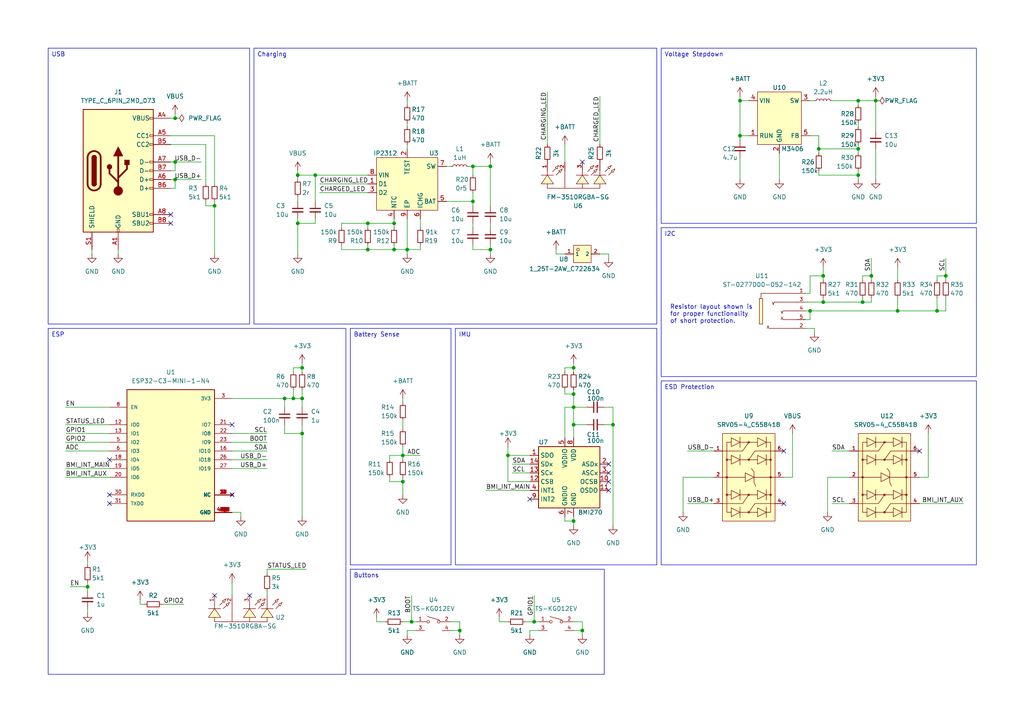
<source format=kicad_sch>
(kicad_sch (version 20230121) (generator eeschema)
  (paper "A4")
  (title_block (title "Lilypad") (rev "V5") (company "LilypadVR"))
  (junction (at 142.24 48.26))
  (junction (at 137.16 48.26))
  (junction (at 274.32 80.01))
  (junction (at 85.09 115.57))
  (junction (at 147.32 132.08))
  (junction (at 248.92 50.8))
  (junction (at 142.24 72.39))
  (junction (at 133.35 182.88))
  (junction (at 166.37 123.19))
  (junction (at 166.37 106.68))
  (junction (at 106.68 64.77))
  (junction (at 166.37 114.3))
  (junction (at 238.76 87.63))
  (junction (at 86.36 50.8))
  (junction (at 114.3 72.39))
  (junction (at 260.35 90.17))
  (junction (at 177.8 123.19))
  (junction (at 250.19 87.63))
  (junction (at 248.92 43.18))
  (junction (at 114.3 64.77))
  (junction (at 62.23 59.69))
  (junction (at 25.4 170.18))
  (junction (at 87.63 125.73))
  (junction (at 248.92 29.21))
  (junction (at 214.63 39.37))
  (junction (at 214.63 29.21))
  (junction (at 166.37 151.13))
  (junction (at 234.95 90.17))
  (junction (at 50.8 46.99))
  (junction (at 50.8 52.07))
  (junction (at 87.63 106.68))
  (junction (at 87.63 115.57))
  (junction (at 137.16 58.42))
  (junction (at 154.94 180.34))
  (junction (at 119.38 180.34))
  (junction (at 254 29.21))
  (junction (at 116.84 132.08))
  (junction (at 238.76 80.01))
  (junction (at 82.55 115.57))
  (junction (at 116.84 139.7))
  (junction (at 166.37 118.11))
  (junction (at 91.44 50.8))
  (junction (at 118.11 72.39))
  (junction (at 106.68 72.39))
  (junction (at 271.78 90.17))
  (junction (at 86.36 64.77))
  (junction (at 50.8 34.29))
  (junction (at 252.73 80.01))
  (junction (at 168.91 182.88))
  (junction (at 237.49 43.18))
  (no_connect (at 227.33 146.05))
  (no_connect (at 31.75 143.51))
  (no_connect (at 67.31 123.19))
  (no_connect (at 168.91 46.99))
  (no_connect (at 176.53 134.62))
  (no_connect (at 62.23 172.72))
  (no_connect (at 176.53 137.16))
  (no_connect (at 176.53 142.24))
  (no_connect (at 176.53 139.7))
  (no_connect (at 72.39 172.72))
  (no_connect (at 49.53 64.77))
  (no_connect (at 49.53 62.23))
  (no_connect (at 227.33 130.81))
  (no_connect (at 153.67 144.78))
  (no_connect (at 266.7 130.81))
  (no_connect (at 67.31 143.51))
  (no_connect (at 31.75 146.05))
  (no_connect (at 31.75 133.35))
  (wire (pts (xy 67.31 168.91) (xy 67.31 172.72)))
  (wire (pts (xy 144.78 179.07) (xy 144.78 180.34)))
  (wire (pts (xy 214.63 27.94) (xy 214.63 29.21)))
  (wire (pts (xy 163.83 151.13) (xy 166.37 151.13)))
  (wire (pts (xy 113.03 139.7) (xy 116.84 139.7)))
  (wire (pts (xy 118.11 182.88) (xy 118.11 184.15)))
  (wire (pts (xy 233.68 87.63) (xy 238.76 87.63)))
  (wire (pts (xy 77.47 128.27) (xy 67.31 128.27)))
  (wire (pts (xy 177.8 123.19) (xy 175.26 123.19)))
  (wire (pts (xy 166.37 151.13) (xy 166.37 152.4)))
  (wire (pts (xy 116.84 139.7) (xy 116.84 143.51)))
  (wire (pts (xy 163.83 151.13) (xy 163.83 149.86)))
  (wire (pts (xy 19.05 138.43) (xy 31.75 138.43)))
  (wire (pts (xy 119.38 180.34) (xy 120.65 180.34)))
  (wire (pts (xy 248.92 43.18) (xy 248.92 44.45)))
  (wire (pts (xy 34.29 73.66) (xy 34.29 72.39)))
  (wire (pts (xy 163.83 114.3) (xy 166.37 114.3)))
  (wire (pts (xy 234.95 80.01) (xy 238.76 80.01)))
  (wire (pts (xy 116.84 115.57) (xy 116.84 116.84)))
  (wire (pts (xy 199.39 146.05) (xy 207.01 146.05)))
  (wire (pts (xy 19.05 130.81) (xy 31.75 130.81)))
  (wire (pts (xy 274.32 90.17) (xy 271.78 90.17)))
  (wire (pts (xy 25.4 168.91) (xy 25.4 170.18)))
  (wire (pts (xy 229.87 138.43) (xy 227.33 138.43)))
  (wire (pts (xy 237.49 43.18) (xy 248.92 43.18)))
  (wire (pts (xy 113.03 139.7) (xy 113.03 138.43)))
  (wire (pts (xy 26.67 73.66) (xy 26.67 72.39)))
  (wire (pts (xy 91.44 58.42) (xy 91.44 50.8)))
  (wire (pts (xy 77.47 165.1) (xy 77.47 166.37)))
  (wire (pts (xy 153.67 182.88) (xy 156.21 182.88)))
  (wire (pts (xy 199.39 130.81) (xy 207.01 130.81)))
  (wire (pts (xy 154.94 172.72) (xy 154.94 180.34)))
  (wire (pts (xy 106.68 72.39) (xy 106.68 71.12)))
  (wire (pts (xy 147.32 129.54) (xy 147.32 132.08)))
  (wire (pts (xy 248.92 30.48) (xy 248.92 29.21)))
  (wire (pts (xy 91.44 63.5) (xy 91.44 64.77)))
  (wire (pts (xy 62.23 59.69) (xy 62.23 58.42)))
  (wire (pts (xy 252.73 74.93) (xy 252.73 80.01)))
  (wire (pts (xy 166.37 114.3) (xy 166.37 118.11)))
  (wire (pts (xy 147.32 132.08) (xy 153.67 132.08)))
  (wire (pts (xy 176.53 73.66) (xy 176.53 74.93)))
  (wire (pts (xy 234.95 85.09) (xy 234.95 80.01)))
  (wire (pts (xy 148.59 137.16) (xy 153.67 137.16)))
  (wire (pts (xy 163.83 118.11) (xy 163.83 127)))
  (wire (pts (xy 260.35 90.17) (xy 271.78 90.17)))
  (wire (pts (xy 152.4 180.34) (xy 154.94 180.34)))
  (wire (pts (xy 67.31 148.59) (xy 69.85 148.59)))
  (wire (pts (xy 87.63 105.41) (xy 87.63 106.68)))
  (wire (pts (xy 19.05 125.73) (xy 31.75 125.73)))
  (wire (pts (xy 274.32 74.93) (xy 274.32 80.01)))
  (wire (pts (xy 118.11 41.91) (xy 118.11 43.18)))
  (wire (pts (xy 87.63 113.03) (xy 87.63 115.57)))
  (wire (pts (xy 87.63 106.68) (xy 87.63 107.95)))
  (wire (pts (xy 274.32 80.01) (xy 271.78 80.01)))
  (wire (pts (xy 118.11 63.5) (xy 118.11 72.39)))
  (wire (pts (xy 118.11 182.88) (xy 120.65 182.88)))
  (wire (pts (xy 260.35 86.36) (xy 260.35 90.17)))
  (wire (pts (xy 130.81 182.88) (xy 133.35 182.88)))
  (wire (pts (xy 85.09 106.68) (xy 85.09 107.95)))
  (wire (pts (xy 77.47 133.35) (xy 67.31 133.35)))
  (wire (pts (xy 166.37 182.88) (xy 168.91 182.88)))
  (wire (pts (xy 226.06 44.45) (xy 226.06 52.07)))
  (wire (pts (xy 177.8 123.19) (xy 177.8 152.4)))
  (wire (pts (xy 238.76 80.01) (xy 238.76 81.28)))
  (wire (pts (xy 238.76 86.36) (xy 238.76 87.63)))
  (wire (pts (xy 86.36 64.77) (xy 86.36 73.66)))
  (wire (pts (xy 248.92 36.83) (xy 248.92 35.56)))
  (wire (pts (xy 166.37 105.41) (xy 166.37 106.68)))
  (wire (pts (xy 166.37 151.13) (xy 166.37 149.86)))
  (wire (pts (xy 241.3 146.05) (xy 246.38 146.05)))
  (wire (pts (xy 137.16 72.39) (xy 137.16 71.12)))
  (wire (pts (xy 106.68 64.77) (xy 114.3 64.77)))
  (wire (pts (xy 19.05 128.27) (xy 31.75 128.27)))
  (wire (pts (xy 25.4 162.56) (xy 25.4 163.83)))
  (wire (pts (xy 116.84 132.08) (xy 121.92 132.08)))
  (wire (pts (xy 137.16 59.69) (xy 137.16 58.42)))
  (wire (pts (xy 50.8 34.29) (xy 52.07 34.29)))
  (wire (pts (xy 147.32 132.08) (xy 147.32 139.7)))
  (wire (pts (xy 46.99 175.26) (xy 53.34 175.26)))
  (wire (pts (xy 86.36 64.77) (xy 91.44 64.77)))
  (wire (pts (xy 260.35 77.47) (xy 260.35 81.28)))
  (wire (pts (xy 158.75 26.67) (xy 158.75 41.91)))
  (wire (pts (xy 87.63 123.19) (xy 87.63 125.73)))
  (wire (pts (xy 106.68 72.39) (xy 114.3 72.39)))
  (wire (pts (xy 116.84 139.7) (xy 116.84 138.43)))
  (wire (pts (xy 133.35 184.15) (xy 133.35 182.88)))
  (wire (pts (xy 92.71 53.34) (xy 106.68 53.34)))
  (wire (pts (xy 82.55 118.11) (xy 82.55 115.57)))
  (wire (pts (xy 87.63 118.11) (xy 87.63 115.57)))
  (wire (pts (xy 271.78 90.17) (xy 271.78 86.36)))
  (wire (pts (xy 240.03 148.59) (xy 240.03 138.43)))
  (wire (pts (xy 99.06 64.77) (xy 106.68 64.77)))
  (wire (pts (xy 85.09 115.57) (xy 87.63 115.57)))
  (wire (pts (xy 147.32 180.34) (xy 144.78 180.34)))
  (wire (pts (xy 248.92 29.21) (xy 254 29.21)))
  (wire (pts (xy 50.8 34.29) (xy 49.53 34.29)))
  (wire (pts (xy 163.83 118.11) (xy 166.37 118.11)))
  (wire (pts (xy 237.49 50.8) (xy 237.49 49.53)))
  (wire (pts (xy 241.3 29.21) (xy 248.92 29.21)))
  (wire (pts (xy 114.3 72.39) (xy 118.11 72.39)))
  (wire (pts (xy 229.87 125.73) (xy 229.87 138.43)))
  (wire (pts (xy 252.73 87.63) (xy 250.19 87.63)))
  (wire (pts (xy 153.67 182.88) (xy 153.67 184.15)))
  (wire (pts (xy 82.55 125.73) (xy 87.63 125.73)))
  (wire (pts (xy 176.53 73.66) (xy 173.99 73.66)))
  (wire (pts (xy 137.16 58.42) (xy 129.54 58.42)))
  (wire (pts (xy 234.95 92.71) (xy 233.68 92.71)))
  (wire (pts (xy 118.11 72.39) (xy 121.92 72.39)))
  (wire (pts (xy 234.95 29.21) (xy 236.22 29.21)))
  (wire (pts (xy 237.49 39.37) (xy 237.49 43.18)))
  (wire (pts (xy 20.32 170.18) (xy 25.4 170.18)))
  (wire (pts (xy 62.23 73.66) (xy 62.23 59.69)))
  (wire (pts (xy 166.37 123.19) (xy 170.18 123.19)))
  (wire (pts (xy 82.55 115.57) (xy 85.09 115.57)))
  (wire (pts (xy 214.63 45.72) (xy 214.63 52.07)))
  (wire (pts (xy 248.92 52.07) (xy 248.92 50.8)))
  (wire (pts (xy 99.06 72.39) (xy 99.06 71.12)))
  (wire (pts (xy 214.63 29.21) (xy 217.17 29.21)))
  (wire (pts (xy 234.95 90.17) (xy 233.68 90.17)))
  (wire (pts (xy 137.16 66.04) (xy 137.16 64.77)))
  (wire (pts (xy 119.38 172.72) (xy 119.38 180.34)))
  (wire (pts (xy 142.24 48.26) (xy 137.16 48.26)))
  (wire (pts (xy 254 29.21) (xy 254 38.1)))
  (wire (pts (xy 86.36 57.15) (xy 86.36 58.42)))
  (wire (pts (xy 114.3 72.39) (xy 114.3 71.12)))
  (wire (pts (xy 50.8 49.53) (xy 49.53 49.53)))
  (wire (pts (xy 50.8 46.99) (xy 50.8 49.53)))
  (wire (pts (xy 59.69 53.34) (xy 59.69 41.91)))
  (wire (pts (xy 177.8 118.11) (xy 175.26 118.11)))
  (wire (pts (xy 25.4 170.18) (xy 25.4 171.45)))
  (wire (pts (xy 106.68 64.77) (xy 106.68 66.04)))
  (wire (pts (xy 99.06 72.39) (xy 106.68 72.39)))
  (wire (pts (xy 118.11 29.21) (xy 118.11 30.48)))
  (wire (pts (xy 163.83 114.3) (xy 163.83 113.03)))
  (wire (pts (xy 113.03 132.08) (xy 116.84 132.08)))
  (wire (pts (xy 49.53 39.37) (xy 62.23 39.37)))
  (wire (pts (xy 85.09 115.57) (xy 85.09 113.03)))
  (wire (pts (xy 116.84 132.08) (xy 116.84 133.35)))
  (wire (pts (xy 137.16 55.88) (xy 137.16 58.42)))
  (wire (pts (xy 234.95 85.09) (xy 233.68 85.09)))
  (wire (pts (xy 237.49 43.18) (xy 237.49 44.45)))
  (wire (pts (xy 237.49 50.8) (xy 248.92 50.8)))
  (wire (pts (xy 67.31 115.57) (xy 82.55 115.57)))
  (wire (pts (xy 118.11 73.66) (xy 118.11 72.39)))
  (wire (pts (xy 137.16 48.26) (xy 135.89 48.26)))
  (wire (pts (xy 58.42 46.99) (xy 50.8 46.99)))
  (wire (pts (xy 166.37 118.11) (xy 166.37 123.19)))
  (wire (pts (xy 252.73 80.01) (xy 252.73 81.28)))
  (wire (pts (xy 260.35 90.17) (xy 234.95 90.17)))
  (wire (pts (xy 250.19 86.36) (xy 250.19 87.63)))
  (wire (pts (xy 86.36 50.8) (xy 86.36 52.07)))
  (wire (pts (xy 77.47 125.73) (xy 67.31 125.73)))
  (wire (pts (xy 130.81 48.26) (xy 129.54 48.26)))
  (wire (pts (xy 137.16 50.8) (xy 137.16 48.26)))
  (wire (pts (xy 214.63 39.37) (xy 217.17 39.37)))
  (wire (pts (xy 236.22 95.25) (xy 233.68 95.25)))
  (wire (pts (xy 198.12 148.59) (xy 198.12 138.43)))
  (wire (pts (xy 59.69 59.69) (xy 59.69 58.42)))
  (wire (pts (xy 50.8 52.07) (xy 49.53 52.07)))
  (wire (pts (xy 133.35 180.34) (xy 133.35 182.88)))
  (wire (pts (xy 271.78 80.01) (xy 271.78 81.28)))
  (wire (pts (xy 99.06 66.04) (xy 99.06 64.77)))
  (wire (pts (xy 234.95 90.17) (xy 234.95 92.71)))
  (wire (pts (xy 109.22 180.34) (xy 111.76 180.34)))
  (wire (pts (xy 114.3 66.04) (xy 114.3 64.77)))
  (wire (pts (xy 168.91 184.15) (xy 168.91 182.88)))
  (wire (pts (xy 269.24 125.73) (xy 269.24 138.43)))
  (wire (pts (xy 58.42 52.07) (xy 50.8 52.07)))
  (wire (pts (xy 116.84 121.92) (xy 116.84 124.46)))
  (wire (pts (xy 252.73 86.36) (xy 252.73 87.63)))
  (wire (pts (xy 113.03 132.08) (xy 113.03 133.35)))
  (wire (pts (xy 91.44 50.8) (xy 86.36 50.8)))
  (wire (pts (xy 163.83 106.68) (xy 163.83 107.95)))
  (wire (pts (xy 86.36 63.5) (xy 86.36 64.77)))
  (wire (pts (xy 238.76 87.63) (xy 250.19 87.63)))
  (wire (pts (xy 154.94 180.34) (xy 156.21 180.34)))
  (wire (pts (xy 254 27.94) (xy 254 29.21)))
  (wire (pts (xy 238.76 77.47) (xy 238.76 80.01)))
  (wire (pts (xy 269.24 138.43) (xy 266.7 138.43)))
  (wire (pts (xy 92.71 55.88) (xy 106.68 55.88)))
  (wire (pts (xy 163.83 106.68) (xy 166.37 106.68)))
  (wire (pts (xy 168.91 180.34) (xy 168.91 182.88)))
  (wire (pts (xy 50.8 54.61) (xy 49.53 54.61)))
  (wire (pts (xy 248.92 49.53) (xy 248.92 50.8)))
  (wire (pts (xy 236.22 96.52) (xy 236.22 95.25)))
  (wire (pts (xy 59.69 59.69) (xy 62.23 59.69)))
  (wire (pts (xy 163.83 41.91) (xy 163.83 46.99)))
  (wire (pts (xy 250.19 80.01) (xy 250.19 81.28)))
  (wire (pts (xy 166.37 180.34) (xy 168.91 180.34)))
  (wire (pts (xy 140.97 142.24) (xy 153.67 142.24)))
  (wire (pts (xy 279.4 146.05) (xy 266.7 146.05)))
  (wire (pts (xy 274.32 86.36) (xy 274.32 90.17)))
  (wire (pts (xy 49.53 41.91) (xy 59.69 41.91)))
  (wire (pts (xy 153.67 139.7) (xy 147.32 139.7)))
  (wire (pts (xy 116.84 180.34) (xy 119.38 180.34)))
  (wire (pts (xy 148.59 134.62) (xy 153.67 134.62)))
  (wire (pts (xy 86.36 49.53) (xy 86.36 50.8)))
  (wire (pts (xy 19.05 118.11) (xy 31.75 118.11)))
  (wire (pts (xy 62.23 53.34) (xy 62.23 39.37)))
  (wire (pts (xy 250.19 80.01) (xy 252.73 80.01)))
  (wire (pts (xy 166.37 123.19) (xy 166.37 127)))
  (wire (pts (xy 114.3 64.77) (xy 114.3 63.5)))
  (wire (pts (xy 19.05 135.89) (xy 31.75 135.89)))
  (wire (pts (xy 77.47 130.81) (xy 67.31 130.81)))
  (wire (pts (xy 50.8 52.07) (xy 50.8 54.61)))
  (wire (pts (xy 170.18 118.11) (xy 166.37 118.11)))
  (wire (pts (xy 50.8 33.02) (xy 50.8 34.29)))
  (wire (pts (xy 118.11 35.56) (xy 118.11 36.83)))
  (wire (pts (xy 85.09 106.68) (xy 87.63 106.68)))
  (wire (pts (xy 121.92 66.04) (xy 121.92 63.5)))
  (wire (pts (xy 87.63 125.73) (xy 87.63 149.86)))
  (wire (pts (xy 177.8 118.11) (xy 177.8 123.19)))
  (wire (pts (xy 142.24 59.69) (xy 142.24 48.26)))
  (wire (pts (xy 214.63 29.21) (xy 214.63 39.37)))
  (wire (pts (xy 142.24 72.39) (xy 142.24 71.12)))
  (wire (pts (xy 248.92 43.18) (xy 248.92 41.91)))
  (wire (pts (xy 241.3 130.81) (xy 246.38 130.81)))
  (wire (pts (xy 166.37 114.3) (xy 166.37 113.03)))
  (wire (pts (xy 198.12 138.43) (xy 207.01 138.43)))
  (wire (pts (xy 166.37 106.68) (xy 166.37 107.95)))
  (wire (pts (xy 109.22 179.07) (xy 109.22 180.34)))
  (wire (pts (xy 214.63 40.64) (xy 214.63 39.37)))
  (wire (pts (xy 173.99 27.94) (xy 173.99 41.91)))
  (wire (pts (xy 41.91 175.26) (xy 40.64 175.26)))
  (wire (pts (xy 130.81 180.34) (xy 133.35 180.34)))
  (wire (pts (xy 82.55 125.73) (xy 82.55 123.19)))
  (wire (pts (xy 116.84 129.54) (xy 116.84 132.08)))
  (wire (pts (xy 254 43.18) (xy 254 52.07)))
  (wire (pts (xy 25.4 176.53) (xy 25.4 177.8)))
  (wire (pts (xy 142.24 46.99) (xy 142.24 48.26)))
  (wire (pts (xy 77.47 135.89) (xy 67.31 135.89)))
  (wire (pts (xy 40.64 173.99) (xy 40.64 175.26)))
  (wire (pts (xy 240.03 138.43) (xy 246.38 138.43)))
  (wire (pts (xy 19.05 123.19) (xy 31.75 123.19)))
  (wire (pts (xy 91.44 50.8) (xy 106.68 50.8)))
  (wire (pts (xy 77.47 171.45) (xy 77.47 172.72)))
  (wire (pts (xy 142.24 72.39) (xy 137.16 72.39)))
  (wire (pts (xy 142.24 73.66) (xy 142.24 72.39)))
  (wire (pts (xy 142.24 66.04) (xy 142.24 64.77)))
  (wire (pts (xy 121.92 71.12) (xy 121.92 72.39)))
  (wire (pts (xy 88.9 165.1) (xy 77.47 165.1)))
  (wire (pts (xy 274.32 81.28) (xy 274.32 80.01)))
  (wire (pts (xy 69.85 148.59) (xy 69.85 149.86)))
  (wire (pts (xy 161.29 73.66) (xy 161.29 72.39)))
  (wire (pts (xy 234.95 39.37) (xy 237.49 39.37)))
  (wire (pts (xy 161.29 73.66) (xy 163.83 73.66)))
  (wire (pts (xy 50.8 46.99) (xy 49.53 46.99)))
  (text_box "Voltage Stepdown" (at 191.77 13.97 0) (size 91.44 50.8) (effects (font (size 1.27 1.27)) (justify left top)))
  (text_box "ESP" (at 13.97 95.25 0) (size 86.36 100.33) (effects (font (size 1.27 1.27)) (justify left top)))
  (text_box "USB" (at 13.97 13.97 0) (size 58.42 80.01) (effects (font (size 1.27 1.27)) (justify left top)))
  (text_box "Battery Sense" (at 101.6 95.25 0) (size 29.21 68.58) (effects (font (size 1.27 1.27)) (justify left top)))
  (text_box "ESD Protection" (at 191.77 110.49 0) (size 91.44 53.34) (effects (font (size 1.27 1.27)) (justify left top)))
  (text_box "Buttons" (at 101.6 165.1 0) (size 73.66 30.48) (effects (font (size 1.27 1.27)) (justify left top)))
  (text_box "IMU" (at 132.08 95.25 0) (size 58.42 68.58) (effects (font (size 1.27 1.27)) (justify left top)))
  (text_box "Charging" (at 73.66 13.97 0) (size 116.84 80.01) (effects (font (size 1.27 1.27)) (justify left top)))
  (text_box "I2C" (at 191.77 66.04 0) (size 91.44 43.18) (effects (font (size 1.27 1.27)) (justify left top)))
  (text "Resistor layout shown is\nfor proper functionality\nof short protection." (at 194.31 93.98 0) (effects (font (size 1.27 1.27)) (justify left bottom)))
  (label "SCL" (at 241.3 146.05 0))
  (label "SDA" (at 252.73 74.93 270))
  (label "USB_D+" (at 77.47 135.89 180))
  (label "GPIO1" (at 154.94 172.72 270))
  (label "BMI_INT_AUX" (at 19.05 138.43 0))
  (label "CHARGING_LED" (at 158.75 26.67 270))
  (label "ADC" (at 19.05 130.81 0))
  (label "EN" (at 19.05 118.11 0))
  (label "CHARGED_LED" (at 173.99 27.94 270))
  (label "BMI_INT_AUX" (at 279.4 146.05 180))
  (label "SCL" (at 148.59 137.16 0))
  (label "STATUS_LED" (at 19.05 123.19 0))
  (label "GPIO2" (at 53.34 175.26 180))
  (label "USB_D+" (at 58.42 52.07 180))
  (label "BOOT" (at 77.47 128.27 180))
  (label "SDA" (at 77.47 130.81 180))
  (label "SDA" (at 241.3 130.81 0))
  (label "EN" (at 20.32 170.18 0))
  (label "BMI_INT_MAIN" (at 19.05 135.89 0))
  (label "CHARGED_LED" (at 92.71 55.88 0))
  (label "STATUS_LED" (at 88.9 165.1 180))
  (label "USB_D-" (at 77.47 133.35 180))
  (label "SDA" (at 148.59 134.62 0))
  (label "BMI_INT_MAIN" (at 140.97 142.24 0))
  (label "USB_D-" (at 199.39 130.81 0))
  (label "SCL" (at 274.32 74.93 270))
  (label "USB_D+" (at 199.39 146.05 0))
  (label "CHARGING_LED" (at 92.71 53.34 0))
  (label "GPIO1" (at 19.05 125.73 0))
  (label "ADC" (at 121.92 132.08 180))
  (label "SCL" (at 77.47 125.73 180))
  (label "GPIO2" (at 19.05 128.27 0))
  (label "BOOT" (at 119.38 172.72 270))
  (label "USB_D-" (at 58.42 46.99 180))
  (symbol (lib_id "CosmicLSM_Symbols:R_Small") (at 248.92 39.37 0) (unit 1)
    (property "Reference" "R29" (at 243.84 39.37 0) (effects (justify left)))
    (property "Value" "150k" (at 243.84 41.91 0) (effects (justify left)))
    (property "Footprint" "Resistor_SMD:R_0603_1608Metric" (effects hide))
  )
  (symbol (lib_id "Device:R_Small") (at 62.23 55.88 0) (unit 1)
    (property "Reference" "R4" (at 63.5 54.61 0) (effects (justify left)))
    (property "Value" "5k1" (at 63.5 57.15 0) (effects (justify left)))
    (property "Footprint" "Resistor_SMD:R_0603_1608Metric" (effects hide))
  )
  (symbol (lib_id "power:GND") (at 86.36 73.66 0) (unit 1)
    (property "Reference" "#PWR011" (effects hide))
    (property "Value" "GND" (at 86.36 78.74 0))
  )
  (symbol (lib_id "CosmicLSM_Symbols:C_Small") (at 142.24 68.58 0) (unit 1)
    (property "Reference" "C9" (at 144.78 67.31 0) (effects (justify left)))
    (property "Value" "10u" (at 144.78 69.85 0) (effects (justify left)))
    (property "Footprint" "Capacitor_SMD:C_0603_1608Metric" (effects hide))
  )
  (symbol (lib_id "power:GND") (at 240.03 148.59 0) (unit 1)
    (property "Reference" "#PWR040" (effects hide))
    (property "Value" "GND" (at 240.03 153.67 0))
  )
  (symbol (lib_id "ST-0277D00-052-142:ST-0277D00-052-142") (at 226.06 90.17 0) (unit 1)
    (property "Reference" "U11" (at 220.98 80.01 0))
    (property "Value" "ST-0277D00-052-142" (at 220.98 82.55 0))
    (property "Footprint" "AUDIO-TH_ST-0277D00-052-142:AUDIO-TH_ST-0277D00-052-142" (effects hide))
    (property "Datasheet" "https://atta.szlcsc.com/upload/public/pdf/source/20210607/C2837093_134E5EEC9FBC55D9B4DB711D58728EAE.pdf" (effects hide))
    (property "LCSC" "C2837093" (effects hide))
  )
  (symbol (lib_id "power:+BATT") (at 118.11 29.21 0) (unit 1)
    (property "Reference" "#PWR017" (effects hide))
    (property "Value" "+BATT" (at 118.11 24.13 0))
  )
  (symbol (lib_id "power:VBUS") (at 86.36 49.53 0) (unit 1)
    (property "Reference" "#PWR010" (effects hide))
    (property "Value" "VBUS" (at 86.36 44.45 0))
  )
  (symbol (lib_id "power:GND") (at 198.12 148.59 0) (unit 1)
    (property "Reference" "#PWR033" (effects hide))
    (property "Value" "GND" (at 198.12 153.67 0))
  )
  (symbol (lib_id "power:GND") (at 118.11 184.15 0) (unit 1)
    (property "Reference" "#PWR019" (effects hide))
    (property "Value" "GND" (at 118.11 189.23 0))
  )
  (symbol (lib_id "CosmicLSM_Symbols:IP2312") (at 118.11 35.56 0) (unit 1)
    (property "Reference" "U3" (at 124.46 44.45 0) (effects (justify left)))
    (property "Value" "IP2312" (at 111.76 44.45 0))
    (property "Footprint" "ESOP-8_L4.9-W3.9-P1.27-LS6.0-BL-EP:ESOP-8_L4.9-W3.9-P1.27-LS6.0-BL-EP" (effects hide))
  )
  (symbol (lib_id "CosmicLSM_Symbols:R_Small") (at 114.3 68.58 180) (unit 1)
    (property "Reference" "R12" (at 113.03 69.85 0) (effects (justify left)))
    (property "Value" "150k" (at 113.03 67.31 0) (effects (justify left)))
    (property "Footprint" "Resistor_SMD:R_0603_1608Metric" (effects hide))
  )
  (symbol (lib_id "power:PWR_FLAG") (at 254 29.21 270) (unit 1)
    (property "Reference" "#FLG02" (effects hide))
    (property "Value" "PWR_FLAG" (at 256.54 29.21 90) (effects (justify left)))
  )
  (symbol (lib_id "TS-KG012EV:TS-KG012EV") (at 161.29 180.34 0) (unit 1)
    (property "Reference" "U5" (at 161.29 173.99 0))
    (property "Value" "TS-KG012EV" (at 161.29 176.53 0))
    (property "Footprint" "SW-SMD_TS-KG012EV:SW-SMD_TS-KG012EV" (effects hide))
    (property "Datasheet" "https://item.szlcsc.com/400806.html" (effects hide))
    (property "LCSC" "C410363" (effects hide))
  )
  (symbol (lib_id "power:+BATT") (at 163.83 41.91 0) (unit 1)
    (property "Reference" "#PWR027" (effects hide))
    (property "Value" "+BATT" (at 163.83 36.83 0))
  )
  (symbol (lib_id "CosmicLSM_Symbols:C_Small") (at 172.72 123.19 90) (unit 1)
    (property "Reference" "C11" (at 174.074 126.0492 90) (effects (justify left)))
    (property "Value" "100n" (at 175.2502 127.8135 90) (effects (justify left)))
    (property "Footprint" "Capacitor_SMD:C_0603_1608Metric" (effects hide))
  )
  (symbol (lib_id "power:GND") (at 69.85 149.86 0) (unit 1)
    (property "Reference" "#PWR09" (effects hide))
    (property "Value" "GND" (at 69.85 154.94 0))
  )
  (symbol (lib_id "CosmicLSM_Symbols:C_Small") (at 137.16 62.23 0) (unit 1)
    (property "Reference" "C6" (at 130.81 60.96 0) (effects (justify left)))
    (property "Value" "10u" (at 130.81 63.5 0) (effects (justify left)))
    (property "Footprint" "Capacitor_SMD:C_0603_1608Metric" (effects hide))
  )
  (symbol (lib_id "CosmicLSM_Symbols:R_Small") (at 116.84 119.38 0) (unit 1)
    (property "Reference" "R14" (at 110.49 118.11 0) (effects (justify left)))
    (property "Value" "150k" (at 110.49 120.65 0) (effects (justify left)))
    (property "Footprint" "Resistor_SMD:R_0603_1608Metric" (effects hide))
  )
  (symbol (lib_id "CosmicLSM_Symbols:R_Small") (at 99.06 68.58 180) (unit 1)
    (property "Reference" "R9" (at 97.79 69.85 0) (effects (justify left)))
    (property "Value" "150k" (at 97.79 67.31 0) (effects (justify left)))
    (property "Footprint" "Resistor_SMD:R_0603_1608Metric" (effects hide))
  )
  (symbol (lib_id "power:+3V3") (at 87.63 105.41 0) (unit 1)
    (property "Reference" "#PWR012" (effects hide))
    (property "Value" "+3V3" (at 87.63 100.33 0))
  )
  (symbol (lib_id "SRV05-4_C558418:SRV05-4_C558418") (at 256.54 138.43 270) (unit 1)
    (property "Reference" "U12" (at 255.27 120.65 90) (effects (justify left)))
    (property "Value" "SRV05-4_C558418" (at 247.65 123.19 90) (effects (justify left)))
    (property "Footprint" "SOT-23-6_L2.9-W1.6-P0.95-LS2.8-BL:SOT-23-6_L2.9-W1.6-P0.95-LS2.8-BL" (effects hide))
    (property "Datasheet" "https://item.szlcsc.com/169042.html" (effects hide))
    (property "LCSC" "C558418" (effects hide))
  )
  (symbol (lib_id "CosmicLSM_Symbols:C_Small") (at 254 40.64 0) (unit 1)
    (property "Reference" "C13" (at 256.54 39.37 0) (effects (justify left)))
    (property "Value" "10u" (at 256.54 41.91 0) (effects (justify left)))
    (property "Footprint" "Capacitor_SMD:C_0603_1608Metric" (effects hide))
  )
  (symbol (lib_id "power:GND") (at 133.35 184.15 0) (unit 1)
    (property "Reference" "#PWR020" (effects hide))
    (property "Value" "GND" (at 133.35 189.23 0))
  )
  (symbol (lib_id "Device:R_Small") (at 173.99 44.45 180) (unit 1)
    (property "Reference" "R25" (at 171.45 44.45 90))
    (property "Value" "3k" (at 176.53 44.45 90))
    (property "Footprint" "Resistor_SMD:R_0603_1608Metric" (effects hide))
  )
  (symbol (lib_id "power:+3V3") (at 67.31 168.91 0) (unit 1)
    (property "Reference" "#PWR08" (effects hide))
    (property "Value" "+3V3" (at 67.31 163.83 0))
  )
  (symbol (lib_id "CosmicLSM_Symbols:M3406") (at 226.06 34.29 0) (unit 1)
    (property "Reference" "U10" (at 226.06 25.4 0))
    (property "Value" "M3406" (at 229.87 43.18 0))
    (property "Footprint" "Package_TO_SOT_SMD:SOT-23-5" (effects hide))
    (property "Datasheet" "https://datasheet.lcsc.com/lcsc/1811151539_XI-AN-Aerosemi-Tech-M3406-ADJ_C83224.pdf" (effects hide))
    (property "LCSC" "C83224" (effects hide))
  )
  (symbol (lib_id "power:+3V3") (at 40.64 173.99 0) (unit 1)
    (property "Reference" "#PWR05" (effects hide))
    (property "Value" "+3V3" (at 40.64 168.91 0))
  )
  (symbol (lib_id "CosmicLSM_Symbols:R_Small") (at 248.92 33.02 0) (unit 1)
    (property "Reference" "R28" (at 243.84 33.02 0) (effects (justify left)))
    (property "Value" "150k" (at 243.84 35.56 0) (effects (justify left)))
    (property "Footprint" "Resistor_SMD:R_0603_1608Metric" (effects hide))
  )
  (symbol (lib_id "power:VBUS") (at 229.87 125.73 0) (unit 1)
    (property "Reference" "#PWR037" (effects hide))
    (property "Value" "VBUS" (at 229.87 120.65 0))
  )
  (symbol (lib_id "power:GND") (at 254 52.07 0) (unit 1)
    (property "Reference" "#PWR043" (effects hide))
    (property "Value" "GND" (at 254 57.15 0))
  )
  (symbol (lib_id "CosmicLSM_Symbols:C_Small") (at 91.44 60.96 0) (unit 1)
    (property "Reference" "C5" (at 93.98 59.69 0) (effects (justify left)))
    (property "Value" "10u" (at 93.98 62.23 0) (effects (justify left)))
    (property "Footprint" "Capacitor_SMD:C_0603_1608Metric" (effects hide))
  )
  (symbol (lib_id "power:GND") (at 116.84 143.51 0) (unit 1)
    (property "Reference" "#PWR016" (effects hide))
    (property "Value" "GND" (at 116.84 148.59 0))
  )
  (symbol (lib_id "power:GND") (at 87.63 149.86 0) (unit 1)
    (property "Reference" "#PWR013" (effects hide))
    (property "Value" "GND" (at 87.63 154.94 0))
  )
  (symbol (lib_id "CosmicLSM_Symbols:R_Small") (at 149.86 180.34 270) (unit 1)
    (property "Reference" "R21" (at 149.86 177.8 90))
    (property "Value" "5k1" (at 149.86 182.88 90))
    (property "Footprint" "Resistor_SMD:R_0603_1608Metric" (effects hide))
  )
  (symbol (lib_id "CosmicLSM_Symbols:R_Small") (at 260.35 83.82 0) (unit 1)
    (property "Reference" "R33" (at 261.62 82.55 0) (effects (justify left)))
    (property "Value" "5k1" (at 261.62 85.09 0) (effects (justify left)))
    (property "Footprint" "Resistor_SMD:R_0603_1608Metric" (effects hide))
  )
  (symbol (lib_id "power:VBUS") (at 50.8 33.02 0) (unit 1)
    (property "Reference" "#PWR06" (effects hide))
    (property "Value" "VBUS" (at 50.8 27.94 0))
  )
  (symbol (lib_id "CosmicLSM_Symbols:R_Small") (at 86.36 54.61 0) (unit 1)
    (property "Reference" "R7" (at 87.63 53.34 0) (effects (justify left)))
    (property "Value" "2r" (at 87.63 55.88 0) (effects (justify left)))
    (property "Footprint" "Resistor_SMD:R_0603_1608Metric" (effects hide))
  )
  (symbol (lib_id "CosmicLSM_Symbols:R_Small") (at 237.49 46.99 0) (unit 1)
    (property "Reference" "R26" (at 232.41 46.99 0) (effects (justify left)))
    (property "Value" "150k" (at 232.41 49.53 0) (effects (justify left)))
    (property "Footprint" "Resistor_SMD:R_0603_1608Metric" (effects hide))
  )
  (symbol (lib_id "CosmicLSM_Symbols:R_Small") (at 113.03 135.89 0) (unit 1)
    (property "Reference" "R11" (at 106.68 134.62 0) (effects (justify left)))
    (property "Value" "150k" (at 106.68 137.16 0) (effects (justify left)))
    (property "Footprint" "Resistor_SMD:R_0603_1608Metric" (effects hide))
  )
  (symbol (lib_id "FM-3510RGBA-SG:FM-3510RGBA-SG") (at 69.85 177.8 180) (unit 1)
    (property "Reference" "U2" (at 81.28 179.07 0))
    (property "Value" "FM-3510RGBA-SG" (at 71.12 181.61 0))
    (property "Footprint" "LED-SMD_FM-3510RGBA-SG:LED-SMD_FM-3510RGBA-SG" (effects hide))
    (property "Datasheet" "https://item.szlcsc.com/775226.html" (effects hide))
    (property "LCSC" "C727903" (effects hide))
  )
  (symbol (lib_id "Device:C_Small") (at 82.55 120.65 0) (unit 1)
    (property "Reference" "C2" (at 76.2 119.38 0) (effects (justify left)))
    (property "Value" "100n" (at 76.2 121.92 0) (effects (justify left)))
    (property "Footprint" "Capacitor_SMD:C_0603_1608Metric" (effects hide))
  )
  (symbol (lib_id "CosmicLSM_Symbols:R_Small") (at 116.84 127 0) (unit 1)
    (property "Reference" "R15" (at 110.49 125.73 0) (effects (justify left)))
    (property "Value" "150k" (at 110.49 128.27 0) (effects (justify left)))
    (property "Footprint" "Resistor_SMD:R_0603_1608Metric" (effects hide))
  )
  (symbol (lib_id "CosmicLSM_Symbols:R_Small") (at 274.32 83.82 0) (unit 1)
    (property "Reference" "R35" (at 275.59 82.55 0) (effects (justify left)))
    (property "Value" "470" (at 275.59 85.09 0) (effects (justify left)))
    (property "Footprint" "Resistor_SMD:R_0603_1608Metric" (effects hide))
  )
  (symbol (lib_id "CosmicLSM_Symbols:C_Small") (at 172.72 118.11 90) (unit 1)
    (property "Reference" "C10" (at 174.0782 113.6893 90) (effects (justify left)))
    (property "Value" "100n" (at 175.26 115.57 90) (effects (justify left)))
    (property "Footprint" "Capacitor_SMD:C_0603_1608Metric" (effects hide))
  )
  (symbol (lib_id "power:GND") (at 142.24 73.66 0) (unit 1)
    (property "Reference" "#PWR022" (effects hide))
    (property "Value" "GND" (at 142.24 78.74 0))
  )
  (symbol (lib_id "CosmicLSM_Symbols:C_Small") (at 137.16 68.58 0) (unit 1)
    (property "Reference" "C7" (at 130.81 67.31 0) (effects (justify left)))
    (property "Value" "10u" (at 130.81 69.85 0) (effects (justify left)))
    (property "Footprint" "Capacitor_SMD:C_0603_1608Metric" (effects hide))
  )
  (symbol (lib_id "CosmicLSM_Symbols:R_Small") (at 44.45 175.26 270) (unit 1)
    (property "Reference" "R2" (at 44.45 172.72 90))
    (property "Value" "5k1" (at 44.45 177.8 90))
    (property "Footprint" "Resistor_SMD:R_0603_1608Metric" (effects hide))
  )
  (symbol (lib_id "Connector:USB_C_Receptacle_USB2.0") (at 34.29 49.53 0) (unit 1)
    (property "Reference" "J1" (at 34.29 26.67 0))
    (property "Value" "TYPE_C_6PIN_2MD_073" (at 34.29 29.21 0))
    (property "Footprint" "USB-C-SMD_TYPE-C-6PIN-2MD-073:USB-C-SMD_TYPE-C-6PIN-2MD-073" (effects hide))
    (property "Datasheet" "https://www.usb.org/sites/default/files/documents/usb_type-c.zip" (effects hide))
  )
  (symbol (lib_id "power:GND") (at 62.23 73.66 0) (unit 1)
    (property "Reference" "#PWR07" (effects hide))
    (property "Value" "GND" (at 62.23 78.74 0))
  )
  (symbol (lib_id "CosmicLSM_Symbols:R_Small") (at 106.68 68.58 180) (unit 1)
    (property "Reference" "R10" (at 105.41 69.85 0) (effects (justify left)))
    (property "Value" "150k" (at 105.41 67.31 0) (effects (justify left)))
    (property "Footprint" "Resistor_SMD:R_0603_1608Metric" (effects hide))
  )
  (symbol (lib_id "power:+3V3") (at 254 27.94 0) (unit 1)
    (property "Reference" "#PWR042" (effects hide))
    (property "Value" "+3V3" (at 254 22.86 0))
  )
  (symbol (lib_id "power:+3V3") (at 269.24 125.73 0) (unit 1)
    (property "Reference" "#PWR045" (effects hide))
    (property "Value" "+3V3" (at 269.24 120.65 0))
  )
  (symbol (lib_id "CosmicLSM_Symbols:R_Small") (at 25.4 166.37 0) (unit 1)
    (property "Reference" "R1" (at 26.67 165.1 0) (effects (justify left)))
    (property "Value" "5k1" (at 26.67 167.64 0) (effects (justify left)))
    (property "Footprint" "Resistor_SMD:R_0603_1608Metric" (effects hide))
  )
  (symbol (lib_id "power:GND") (at 26.67 73.66 0) (unit 1)
    (property "Reference" "#PWR03" (effects hide))
    (property "Value" "GND" (at 26.67 78.74 0))
  )
  (symbol (lib_id "power:GND") (at 118.11 73.66 0) (unit 1)
    (property "Reference" "#PWR018" (effects hide))
    (property "Value" "GND" (at 118.11 78.74 0))
  )
  (symbol (lib_id "power:GND") (at 25.4 177.8 0) (unit 1)
    (property "Reference" "#PWR02" (effects hide))
    (property "Value" "GND" (at 25.4 182.88 0))
  )
  (symbol (lib_id "Device:R_Small") (at 158.75 44.45 180) (unit 1)
    (property "Reference" "R22" (at 156.21 44.45 90))
    (property "Value" "3k" (at 161.29 44.45 90))
    (property "Footprint" "Resistor_SMD:R_0603_1608Metric" (effects hide))
  )
  (symbol (lib_id "power:+3V3") (at 238.76 77.47 0) (unit 1)
    (property "Reference" "#PWR039" (effects hide))
    (property "Value" "+3V3" (at 238.76 72.39 0))
  )
  (symbol (lib_id "power:GND") (at 177.8 152.4 0) (unit 1)
    (property "Reference" "#PWR032" (effects hide))
    (property "Value" "GND" (at 177.8 157.48 0))
  )
  (symbol (lib_id "CosmicLSM_Symbols:R_Small") (at 118.11 33.02 0) (unit 1)
    (property "Reference" "R17" (at 119.38 31.75 0) (effects (justify left)))
    (property "Value" "470" (at 119.38 34.29 0) (effects (justify left)))
    (property "Footprint" "Resistor_SMD:R_0603_1608Metric" (effects hide))
  )
  (symbol (lib_id "SRV05-4_C558418:SRV05-4_C558418") (at 217.17 138.43 270) (unit 1)
    (property "Reference" "U9" (at 217.17 120.65 90))
    (property "Value" "SRV05-4_C558418" (at 217.17 123.19 90))
    (property "Footprint" "SOT-23-6_L2.9-W1.6-P0.95-LS2.8-BL:SOT-23-6_L2.9-W1.6-P0.95-LS2.8-BL" (effects hide))
    (property "Datasheet" "https://item.szlcsc.com/169042.html" (effects hide))
    (property "LCSC" "C558418" (effects hide))
  )
  (symbol (lib_id "FM-3510RGBA-SG:FM-3510RGBA-SG") (at 166.37 52.07 180) (unit 1)
    (property "Reference" "U6" (at 167.64 59.69 0))
    (property "Value" "FM-3510RGBA-SG" (at 167.64 57.15 0))
    (property "Footprint" "LED-SMD_FM-3510RGBA-SG:LED-SMD_FM-3510RGBA-SG" (effects hide))
    (property "Datasheet" "https://item.szlcsc.com/775226.html" (effects hide))
    (property "LCSC" "C727903" (effects hide))
  )
  (symbol (lib_id "TS-KG012EV:TS-KG012EV") (at 125.73 180.34 0) (unit 1)
    (property "Reference" "U4" (at 125.73 173.99 0))
    (property "Value" "TS-KG012EV" (at 125.73 176.53 0))
    (property "Footprint" "SW-SMD_TS-KG012EV:SW-SMD_TS-KG012EV" (effects hide))
    (property "Datasheet" "https://item.szlcsc.com/400806.html" (effects hide))
    (property "LCSC" "C410363" (effects hide))
  )
  (symbol (lib_id "CosmicLSM_Symbols:R_Small") (at 166.37 110.49 0) (unit 1)
    (property "Reference" "R24" (at 167.64 109.22 0) (effects (justify left)))
    (property "Value" "470" (at 167.64 111.76 0) (effects (justify left)))
    (property "Footprint" "Resistor_SMD:R_0603_1608Metric" (effects hide))
  )
  (symbol (lib_id "power:GND") (at 166.37 152.4 0) (unit 1)
    (property "Reference" "#PWR029" (effects hide))
    (property "Value" "GND" (at 166.37 157.48 0))
  )
  (symbol (lib_id "power:GND") (at 248.92 52.07 0) (unit 1)
    (property "Reference" "#PWR041" (effects hide))
    (property "Value" "GND" (at 248.92 57.15 0))
  )
  (symbol (lib_id "Device:R_Small") (at 59.69 55.88 0) (unit 1)
    (property "Reference" "R3" (at 54.61 54.61 0) (effects (justify left)))
    (property "Value" "5k1" (at 54.61 57.15 0) (effects (justify left)))
    (property "Footprint" "Resistor_SMD:R_0603_1608Metric" (effects hide))
  )
  (symbol (lib_id "CosmicLSM_Symbols:R_Small") (at 252.73 83.82 0) (unit 1)
    (property "Reference" "R32" (at 254 82.55 0) (effects (justify left)))
    (property "Value" "470" (at 254 85.09 0) (effects (justify left)))
    (property "Footprint" "Resistor_SMD:R_0603_1608Metric" (effects hide))
  )
  (symbol (lib_id "CosmicLSM_Symbols:C_Small") (at 142.24 62.23 0) (unit 1)
    (property "Reference" "C8" (at 144.78 60.96 0) (effects (justify left)))
    (property "Value" "10u" (at 144.78 63.5 0) (effects (justify left)))
    (property "Footprint" "Capacitor_SMD:C_0603_1608Metric" (effects hide))
  )
  (symbol (lib_id "CosmicLSM_Symbols:R_Small") (at 87.63 110.49 0) (unit 1)
    (property "Reference" "R8" (at 88.9 109.22 0) (effects (justify left)))
    (property "Value" "470" (at 88.9 111.76 0) (effects (justify left)))
    (property "Footprint" "Resistor_SMD:R_0603_1608Metric" (effects hide))
  )
  (symbol (lib_id "CosmicLSM_Symbols:R_Small") (at 116.84 135.89 0) (unit 1)
    (property "Reference" "R16" (at 118.11 134.62 0) (effects (justify left)))
    (property "Value" "150k" (at 118.11 137.16 0) (effects (justify left)))
    (property "Footprint" "Resistor_SMD:R_0603_1608Metric" (effects hide))
  )
  (symbol (lib_id "power:GND") (at 168.91 184.15 0) (unit 1)
    (property "Reference" "#PWR030" (effects hide))
    (property "Value" "GND" (at 168.91 189.23 0))
  )
  (symbol (lib_id "CosmicLSM_Symbols:R_Small") (at 118.11 39.37 0) (unit 1)
    (property "Reference" "R18" (at 119.38 38.1 0) (effects (justify left)))
    (property "Value" "470" (at 119.38 40.64 0) (effects (justify left)))
    (property "Footprint" "Resistor_SMD:R_0603_1608Metric" (effects hide))
  )
  (symbol (lib_id "power:+3V3") (at 109.22 179.07 0) (unit 1)
    (property "Reference" "#PWR014" (effects hide))
    (property "Value" "+3V3" (at 109.22 173.99 0))
  )
  (symbol (lib_id "power:+3V3") (at 147.32 129.54 0) (unit 1)
    (property "Reference" "#PWR024" (effects hide))
    (property "Value" "+3V3" (at 147.32 125.73 0))
  )
  (symbol (lib_id "Device:R_Small") (at 77.47 168.91 180) (unit 1)
    (property "Reference" "R5" (at 78.74 167.64 0) (effects (justify right)))
    (property "Value" "3k" (at 78.74 170.18 0) (effects (justify right)))
    (property "Footprint" "Resistor_SMD:R_0603_1608Metric" (effects hide))
  )
  (symbol (lib_id "power:+3V3") (at 25.4 162.56 0) (unit 1)
    (property "Reference" "#PWR01" (effects hide))
    (property "Value" "+3V3" (at 25.4 158.75 0))
  )
  (symbol (lib_id "power:+BATT") (at 161.29 72.39 0) (unit 1)
    (property "Reference" "#PWR026" (effects hide))
    (property "Value" "+BATT" (at 161.29 67.31 0))
  )
  (symbol (lib_id "CosmicLSM_Symbols:R_Small") (at 85.09 110.49 0) (unit 1)
    (property "Reference" "R6" (at 80.01 109.22 0) (effects (justify left)))
    (property "Value" "470" (at 80.01 111.76 0) (effects (justify left)))
    (property "Footprint" "Resistor_SMD:R_0603_1608Metric" (effects hide))
  )
  (symbol (lib_id "ESP32-C3-MINI-1-N4:ESP32-C3-MINI-1-N4") (at 49.53 130.81 0) (unit 1)
    (property "Reference" "U1" (at 49.53 107.95 0))
    (property "Value" "ESP32-C3-MINI-1-N4" (at 49.53 110.49 0))
    (property "Footprint" "ESP32-C3-Mini-1-N4:XCVR_ESP32-C3-MINI-1-N4" (effects hide))
    (property "MF" "Espressif Systems" (effects hide))
    (property "MAXIMUM_PACKAGE_HEIGHT" "2.55mm" (effects hide))
    (property "Package" "SMD-53 Espressif Systems" (effects hide))
    (property "Price" "None" (effects hide))
    (property "Check_prices" "https://www.snapeda.com/parts/ESP32-C3-MINI-1-N4/Espressif+Systems/view-part/?ref=eda" (effects hide))
    (property "STANDARD" "Manufacturer Recommendations" (effects hide))
    (property "PARTREV" "v1.0" (effects hide))
    (property "SnapEDA_Link" "https://www.snapeda.com/parts/ESP32-C3-MINI-1-N4/Espressif+Systems/view-part/?ref=snap" (effects hide))
    (property "MP" "ESP32-C3-MINI-1-N4" (effects hide))
    (property "Purchase-URL" "https://www.snapeda.com/api/url_track_click_mouser/?unipart_id=5656579&manufacturer=Espressif Systems&part_name=ESP32-C3-MINI-1-N4&search_term=esp32-c3-mini" (effects hide))
    (property "Description" "\nBluetooth, WiFi 802.11b/g/n, Bluetooth v5.0 Transceiver Module 2.412GHz ~ 2.484GHz PCB Trace Surface Mount\n" (effects hide))
    (property "Availability" "In Stock" (effects hide))
    (property "MANUFACTURER" "Espressif Systems" (effects hide))
  )
  (symbol (lib_id "CosmicLSM_Symbols:R_Small") (at 163.83 110.49 0) (unit 1)
    (property "Reference" "R23" (at 158.75 109.22 0) (effects (justify left)))
    (property "Value" "470" (at 158.75 111.76 0) (effects (justify left)))
    (property "Footprint" "Resistor_SMD:R_0603_1608Metric" (effects hide))
  )
  (symbol (lib_id "power:GND") (at 214.63 52.07 0) (unit 1)
    (property "Reference" "#PWR035" (effects hide))
    (property "Value" "GND" (at 214.63 57.15 0))
  )
  (symbol (lib_id "power:GND") (at 176.53 74.93 0) (unit 1)
    (property "Reference" "#PWR031" (effects hide))
    (property "Value" "GND" (at 176.53 80.01 0))
  )
  (symbol (lib_id "CosmicLSM_Symbols:R_Small") (at 271.78 83.82 0) (unit 1)
    (property "Reference" "R34" (at 266.7 82.55 0) (effects (justify left)))
    (property "Value" "470" (at 266.7 85.09 0) (effects (justify left)))
    (property "Footprint" "Resistor_SMD:R_0603_1608Metric" (effects hide))
  )
  (symbol (lib_id "CosmicLSM_Symbols:R_Small") (at 121.92 68.58 180) (unit 1)
    (property "Reference" "R19" (at 127 69.85 0) (effects (justify left)))
    (property "Value" "91k" (at 127 67.31 0) (effects (justify left)))
    (property "Footprint" "Resistor_SMD:R_0603_1608Metric" (effects hide))
  )
  (symbol (lib_id "power:GND") (at 226.06 52.07 0) (unit 1)
    (property "Reference" "#PWR036" (effects hide))
    (property "Value" "GND" (at 226.06 57.15 0))
  )
  (symbol (lib_id "power:GND") (at 236.22 96.52 0) (unit 1)
    (property "Reference" "#PWR038" (effects hide))
    (property "Value" "GND" (at 236.22 101.6 0))
  )
  (symbol (lib_id "CosmicLSM_Symbols:R_Small") (at 250.19 83.82 0) (unit 1)
    (property "Reference" "R31" (at 245.11 82.55 0) (effects (justify left)))
    (property "Value" "470" (at 245.11 85.09 0) (effects (justify left)))
    (property "Footprint" "Resistor_SMD:R_0603_1608Metric" (effects hide))
  )
  (symbol (lib_id "power:GND") (at 34.29 73.66 0) (unit 1)
    (property "Reference" "#PWR04" (effects hide))
    (property "Value" "GND" (at 34.29 78.74 0))
  )
  (symbol (lib_id "power:PWR_FLAG") (at 50.8 34.29 270) (unit 1)
    (property "Reference" "#FLG01" (effects hide))
    (property "Value" "PWR_FLAG" (at 54.61 34.29 90) (effects (justify left)))
  )
  (symbol (lib_id "CosmicLSM_Symbols:C_Small") (at 25.4 173.99 0) (unit 1)
    (property "Reference" "C1" (at 27.94 172.72 0) (effects (justify left)))
    (property "Value" "1u" (at 27.94 175.26 0) (effects (justify left)))
    (property "Footprint" "Capacitor_SMD:C_0603_1608Metric" (effects hide))
  )
  (symbol (lib_id "power:+3V3") (at 166.37 105.41 0) (unit 1)
    (property "Reference" "#PWR028" (effects hide))
    (property "Value" "+3V3" (at 166.37 100.33 0))
  )
  (symbol (lib_id "Device:C_Small") (at 87.63 120.65 0) (unit 1)
    (property "Reference" "C4" (at 90.17 119.3863 0) (effects (justify left)))
    (property "Value" "1u" (at 90.17 121.9263 0) (effects (justify left)))
    (property "Footprint" "Capacitor_SMD:C_0603_1608Metric" (effects hide))
  )
  (symbol (lib_id "CosmicLSM_Symbols:L_Small") (at 238.76 29.21 90) (unit 1)
    (property "Reference" "L2" (at 238.76 24.13 90))
    (property "Value" "2.2uH" (at 238.76 26.67 90))
    (property "Footprint" "IND-SMD_L3.0-W3.0_FNR30XXS:IND-SMD_L3.0-W3.0_FNR30XXS" (effects hide))
    (property "Datasheet" "https://datasheet.lcsc.com/lcsc/2304140030_cjiang--Changjiang-Microelectronics-Tech-FNR3015S2R2MT_C167747.pdf" (effects hide))
    (property "LCSC" "C167747" (effects hide))
  )
  (symbol (lib_id "CosmicLSM_Symbols:R_Small") (at 137.16 53.34 0) (unit 1)
    (property "Reference" "R20" (at 132.08 52.07 0) (effects (justify left)))
    (property "Value" "0r5" (at 132.08 54.61 0) (effects (justify left)))
    (property "Footprint" "Resistor_SMD:R_0603_1608Metric" (effects hide))
  )
  (symbol (lib_id "power:+BATT") (at 142.24 46.99 0) (unit 1)
    (property "Reference" "#PWR021" (effects hide))
    (property "Value" "+BATT" (at 142.24 41.91 0))
  )
  (symbol (lib_id "power:+3V3") (at 144.78 179.07 0) (unit 1)
    (property "Reference" "#PWR023" (effects hide))
    (property "Value" "+3V3" (at 144.78 173.99 0))
  )
  (symbol (lib_id "CosmicLSM_Symbols:R_Small") (at 114.3 180.34 270) (unit 1)
    (property "Reference" "R13" (at 114.3 177.8 90))
    (property "Value" "5k1" (at 114.3 182.88 90))
    (property "Footprint" "Resistor_SMD:R_0603_1608Metric" (effects hide))
  )
  (symbol (lib_id "power:+3V3") (at 260.35 77.47 0) (unit 1)
    (property "Reference" "#PWR044" (effects hide))
    (property "Value" "+3V3" (at 260.35 72.39 0))
  )
  (symbol (lib_id "CosmicLSM_Symbols:C_Small") (at 86.36 60.96 0) (unit 1)
    (property "Reference" "C3" (at 80.01 59.69 0) (effects (justify left)))
    (property "Value" "10u" (at 80.01 62.23 0) (effects (justify left)))
    (property "Footprint" "Capacitor_SMD:C_0603_1608Metric" (effects hide))
  )
  (symbol (lib_id "power:GND") (at 153.67 184.15 0) (unit 1)
    (property "Reference" "#PWR025" (effects hide))
    (property "Value" "GND" (at 153.67 189.23 0))
  )
  (symbol (lib_id "CosmicLSM_Symbols:R_Small") (at 238.76 83.82 0) (unit 1)
    (property "Reference" "R27" (at 240.03 82.55 0) (effects (justify left)))
    (property "Value" "5k1" (at 240.03 85.09 0) (effects (justify left)))
    (property "Footprint" "Resistor_SMD:R_0603_1608Metric" (effects hide))
  )
  (symbol (lib_id "1_25T-2AW_C722634:1_25T-2AW_C722634") (at 168.91 73.66 0) (unit 1)
    (property "Reference" "U8" (at 163.4928 75.1808 0))
    (property "Value" "1_25T-2AW_C722634" (at 163.779 77.9707 0))
    (property "Footprint" "CONN-TH_1.25T-2AW:CONN-TH_1.25T-2AW" (effects hide))
    (property "Datasheet" "https://item.szlcsc.com/766841.html?ref=editor&logined=true" (effects hide))
    (property "LCSC" "C722634" (effects hide))
  )
  (symbol (lib_id "CosmicLSM_Symbols:BMI270") (at 166.37 137.16 0) (unit 1)
    (property "Reference" "U7" (at 156.21 128.27 0) (effects (justify left)))
    (property "Value" "BMI270" (at 167.64 148.59 0) (effects (justify left)))
    (property "Footprint" "Package_LGA:Bosch_LGA-14_3x2.5mm_P0.5mm" (effects hide))
    (property "Datasheet" "https://www.bosch-sensortec.com/media/boschsensortec/downloads/datasheets/bst-bmi160-ds000.pdf" (effects hide))
  )
  (symbol (lib_id "CosmicLSM_Symbols:C_Small") (at 214.63 43.18 0) (unit 1)
    (property "Reference" "C12" (at 209.55 43.18 0) (effects (justify left)))
    (property "Value" "4.7u" (at 209.55 45.72 0) (effects (justify left)))
    (property "Footprint" "Capacitor_SMD:C_0603_1608Metric" (effects hide))
  )
  (symbol (lib_id "CosmicLSM_Symbols:L_Small") (at 133.35 48.26 90) (unit 1)
    (property "Reference" "L1" (at 133.35 43.18 90))
    (property "Value" "1uH" (at 133.35 45.72 90))
    (property "Footprint" "Inductor_SMD:L_0603_1608Metric" (effects hide))
    (property "Datasheet" "https://datasheet.lcsc.com/lcsc/2302231208_FH--Guangdong-Fenghua-Advanced-Tech-CMH160808B1R0MT_C394948.pdf" (effects hide))
    (property "LCSC" "C394948" (effects hide))
  )
  (symbol (lib_id "power:+BATT") (at 116.84 115.57 0) (unit 1)
    (property "Reference" "#PWR015" (effects hide))
    (property "Value" "+BATT" (at 116.84 110.49 0))
  )
  (symbol (lib_id "power:+BATT") (at 214.63 27.94 0) (unit 1)
    (property "Reference" "#PWR034" (effects hide))
    (property "Value" "+BATT" (at 214.63 22.86 0))
  )
  (symbol (lib_id "CosmicLSM_Symbols:R_Small") (at 248.92 46.99 0) (unit 1)
    (property "Reference" "R30" (at 243.84 45.72 0) (effects (justify left)))
    (property "Value" "150k" (at 242.57 48.26 0) (effects (justify left)))
    (property "Footprint" "Resistor_SMD:R_0603_1608Metric" (effects hide))
  )
)
</source>
